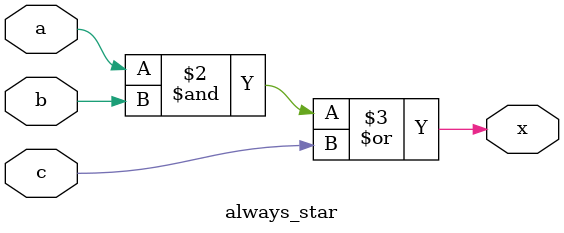
<source format=v>
module always_star(input a, b, c, output reg x);
  always @*
  begin
    x = (a & b) | c;
  end
endmodule
</source>
